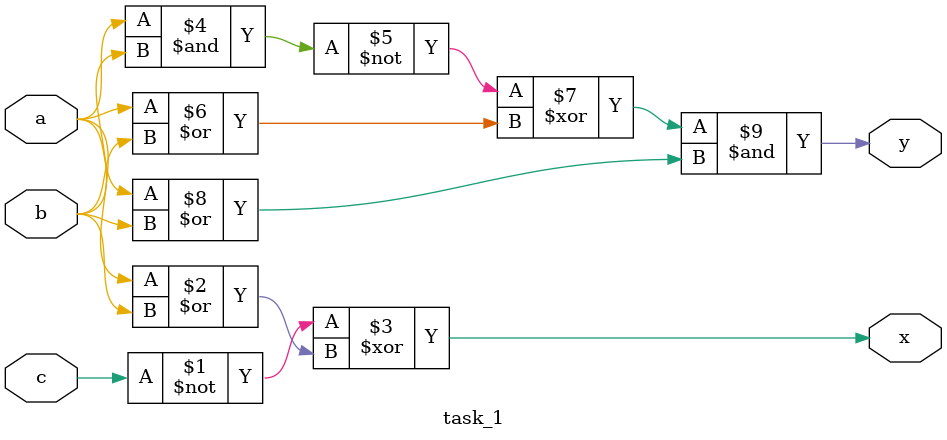
<source format=sv>
`timescale 1ns / 1ps


module task_1(output y,x,
              input a,b,c
              );

        assign x= (~c)^(a|b);
        assign y= ((~(a & b)^(a|b))& (a|b));

endmodule

</source>
